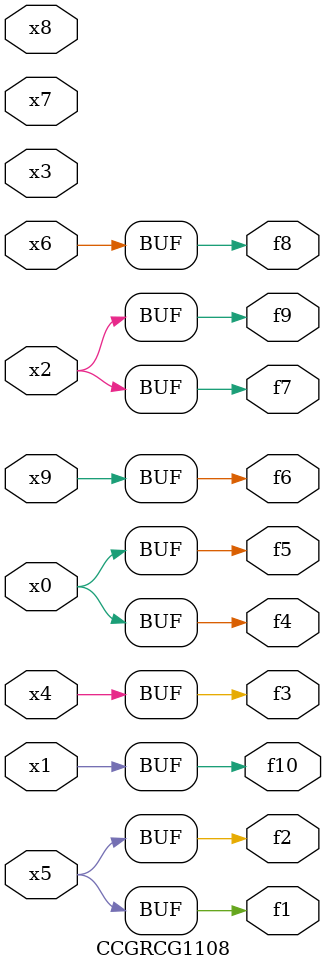
<source format=v>
module CCGRCG1108(
	input x0, x1, x2, x3, x4, x5, x6, x7, x8, x9,
	output f1, f2, f3, f4, f5, f6, f7, f8, f9, f10
);
	assign f1 = x5;
	assign f2 = x5;
	assign f3 = x4;
	assign f4 = x0;
	assign f5 = x0;
	assign f6 = x9;
	assign f7 = x2;
	assign f8 = x6;
	assign f9 = x2;
	assign f10 = x1;
endmodule

</source>
